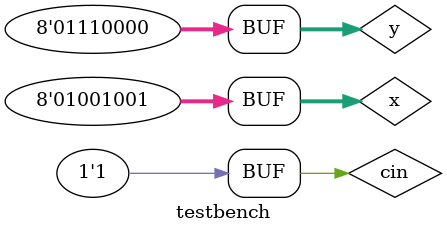
<source format=v>
module testbench;
	reg [7:0] x, y;
	reg cin;
	wire [7:0] out;
	wire cout;
	
	b8adder add(x,y,cin,out,cout);
	initial
		begin
			$monitor("Time: %1d",$time, ", x: %8b, y: %8b, cin: %b, out: %8b, cout: %b", x,y,cin,out,cout);
			#0 x=8'b00000000; y=8'b10101010; cin=1'b1;
			#2 x=8'b01010010; y=8'b00111010; cin=1'b0;
			#2 x=8'b10010111; y=8'b10000100; cin=1'b0;
			#2 x=8'b01001001; y=8'b01110000; cin=1'b1;
		end
endmodule
</source>
